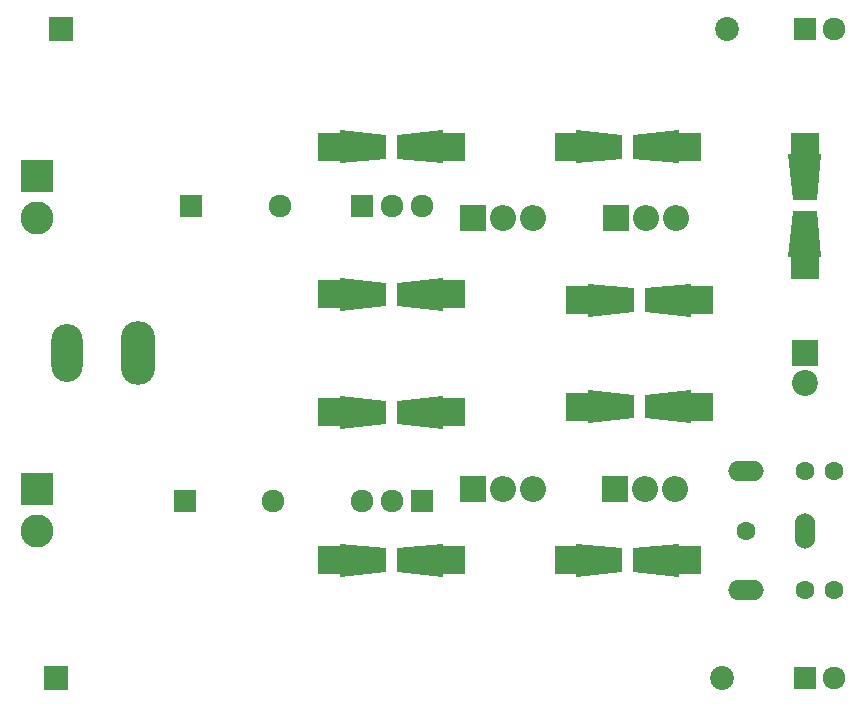
<source format=gbr>
G04 #@! TF.FileFunction,Soldermask,Top*
%FSLAX46Y46*%
G04 Gerber Fmt 4.6, Leading zero omitted, Abs format (unit mm)*
G04 Created by KiCad (PCBNEW 4.0.7+dfsg1-1ubuntu2) date Sun Jul 21 21:14:32 2019*
%MOMM*%
%LPD*%
G01*
G04 APERTURE LIST*
%ADD10C,0.100000*%
%ADD11R,2.025600X2.025600*%
%ADD12C,2.025600*%
%ADD13R,1.924000X1.924000*%
%ADD14C,1.924000*%
%ADD15C,1.920000*%
%ADD16R,1.920000X1.920000*%
%ADD17R,2.200000X2.200000*%
%ADD18O,2.200000X2.200000*%
%ADD19C,2.800000*%
%ADD20R,2.800000X2.800000*%
%ADD21O,2.900000X5.400000*%
%ADD22O,2.650000X4.900000*%
%ADD23O,1.708000X3.016000*%
%ADD24O,3.016000X1.708000*%
%ADD25C,1.600000*%
%ADD26C,2.200000*%
%ADD27R,2.398980X2.398980*%
G04 APERTURE END LIST*
D10*
D11*
X36612000Y-85000000D03*
D12*
X93000000Y-85000000D03*
D13*
X48000000Y-45000000D03*
D14*
X55518400Y-45000000D03*
D13*
X99985400Y-85000000D03*
D14*
X102500000Y-85000000D03*
D13*
X47481600Y-70000000D03*
D14*
X55000000Y-70000000D03*
D13*
X99985400Y-30000000D03*
D14*
X102500000Y-30000000D03*
D11*
X37000000Y-30000000D03*
D12*
X93388000Y-30000000D03*
D15*
X65040000Y-70000000D03*
X62500000Y-70000000D03*
D16*
X67580000Y-70000000D03*
D15*
X65040000Y-45000000D03*
X67580000Y-45000000D03*
D16*
X62500000Y-45000000D03*
D17*
X71920000Y-69000000D03*
D18*
X74460000Y-69000000D03*
X77000000Y-69000000D03*
D17*
X71920000Y-46000000D03*
D18*
X74460000Y-46000000D03*
X77000000Y-46000000D03*
D17*
X84000000Y-46000000D03*
D18*
X86540000Y-46000000D03*
X89080000Y-46000000D03*
D17*
X83920000Y-69000000D03*
D18*
X86460000Y-69000000D03*
X89000000Y-69000000D03*
D19*
X35000000Y-72500000D03*
D20*
X35000000Y-69000000D03*
D19*
X35000000Y-46000000D03*
D20*
X35000000Y-42500000D03*
D21*
X43500000Y-57500000D03*
D22*
X37500000Y-57500000D03*
D23*
X100000000Y-72500000D03*
D24*
X95000000Y-67500000D03*
X95000000Y-77500000D03*
D25*
X102500000Y-77500000D03*
X100000000Y-77500000D03*
X95000000Y-72500000D03*
X102500000Y-67500000D03*
X100000000Y-67500000D03*
D17*
X100000000Y-57500000D03*
D26*
X100000000Y-60040000D03*
D10*
G36*
X69361800Y-38601120D02*
X69361800Y-41398880D01*
X65461680Y-41000100D01*
X65461680Y-38999900D01*
X69361800Y-38601120D01*
X69361800Y-38601120D01*
G37*
G36*
X60635680Y-41398880D02*
X60635680Y-38601120D01*
X64535800Y-38999900D01*
X64535800Y-41000100D01*
X60635680Y-41398880D01*
X60635680Y-41398880D01*
G37*
D27*
X70000000Y-40000000D03*
X59997480Y-40000000D03*
D10*
G36*
X60635680Y-53898880D02*
X60635680Y-51101120D01*
X64535800Y-51499900D01*
X64535800Y-53500100D01*
X60635680Y-53898880D01*
X60635680Y-53898880D01*
G37*
G36*
X69361800Y-51101120D02*
X69361800Y-53898880D01*
X65461680Y-53500100D01*
X65461680Y-51499900D01*
X69361800Y-51101120D01*
X69361800Y-51101120D01*
G37*
D27*
X59997480Y-52500000D03*
X70000000Y-52500000D03*
D10*
G36*
X80635680Y-41398880D02*
X80635680Y-38601120D01*
X84535800Y-38999900D01*
X84535800Y-41000100D01*
X80635680Y-41398880D01*
X80635680Y-41398880D01*
G37*
G36*
X89361800Y-38601120D02*
X89361800Y-41398880D01*
X85461680Y-41000100D01*
X85461680Y-38999900D01*
X89361800Y-38601120D01*
X89361800Y-38601120D01*
G37*
D27*
X79997480Y-40000000D03*
X90000000Y-40000000D03*
D10*
G36*
X81635680Y-54398880D02*
X81635680Y-51601120D01*
X85535800Y-51999900D01*
X85535800Y-54000100D01*
X81635680Y-54398880D01*
X81635680Y-54398880D01*
G37*
G36*
X90361800Y-51601120D02*
X90361800Y-54398880D01*
X86461680Y-54000100D01*
X86461680Y-51999900D01*
X90361800Y-51601120D01*
X90361800Y-51601120D01*
G37*
D27*
X80997480Y-53000000D03*
X91000000Y-53000000D03*
D10*
G36*
X69364320Y-73601120D02*
X69364320Y-76398880D01*
X65464200Y-76000100D01*
X65464200Y-73999900D01*
X69364320Y-73601120D01*
X69364320Y-73601120D01*
G37*
G36*
X60638200Y-76398880D02*
X60638200Y-73601120D01*
X64538320Y-73999900D01*
X64538320Y-76000100D01*
X60638200Y-76398880D01*
X60638200Y-76398880D01*
G37*
D27*
X70002520Y-75000000D03*
X60000000Y-75000000D03*
D10*
G36*
X60635680Y-63898880D02*
X60635680Y-61101120D01*
X64535800Y-61499900D01*
X64535800Y-63500100D01*
X60635680Y-63898880D01*
X60635680Y-63898880D01*
G37*
G36*
X69361800Y-61101120D02*
X69361800Y-63898880D01*
X65461680Y-63500100D01*
X65461680Y-61499900D01*
X69361800Y-61101120D01*
X69361800Y-61101120D01*
G37*
D27*
X59997480Y-62500000D03*
X70000000Y-62500000D03*
D10*
G36*
X80635680Y-76398880D02*
X80635680Y-73601120D01*
X84535800Y-73999900D01*
X84535800Y-76000100D01*
X80635680Y-76398880D01*
X80635680Y-76398880D01*
G37*
G36*
X89361800Y-73601120D02*
X89361800Y-76398880D01*
X85461680Y-76000100D01*
X85461680Y-73999900D01*
X89361800Y-73601120D01*
X89361800Y-73601120D01*
G37*
D27*
X79997480Y-75000000D03*
X90000000Y-75000000D03*
D10*
G36*
X81635680Y-63398880D02*
X81635680Y-60601120D01*
X85535800Y-60999900D01*
X85535800Y-63000100D01*
X81635680Y-63398880D01*
X81635680Y-63398880D01*
G37*
G36*
X90361800Y-60601120D02*
X90361800Y-63398880D01*
X86461680Y-63000100D01*
X86461680Y-60999900D01*
X90361800Y-60601120D01*
X90361800Y-60601120D01*
G37*
D27*
X80997480Y-62000000D03*
X91000000Y-62000000D03*
D10*
G36*
X101398880Y-49361800D02*
X98601120Y-49361800D01*
X98999900Y-45461680D01*
X101000100Y-45461680D01*
X101398880Y-49361800D01*
X101398880Y-49361800D01*
G37*
G36*
X98601120Y-40635680D02*
X101398880Y-40635680D01*
X101000100Y-44535800D01*
X98999900Y-44535800D01*
X98601120Y-40635680D01*
X98601120Y-40635680D01*
G37*
D27*
X100000000Y-50000000D03*
X100000000Y-39997480D03*
M02*

</source>
